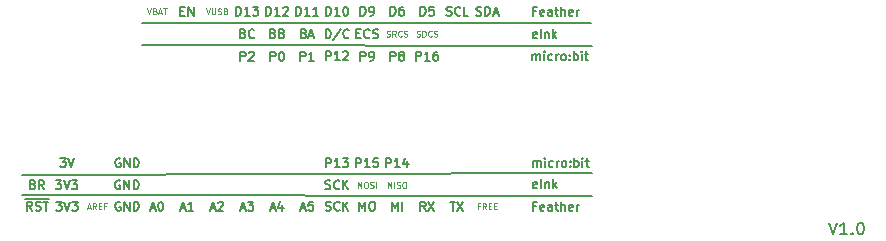
<source format=gto>
G04 #@! TF.GenerationSoftware,KiCad,Pcbnew,(6.0.5-0)*
G04 #@! TF.CreationDate,2022-06-07T21:37:56+01:00*
G04 #@! TF.ProjectId,microbit_eink_feather_adaptor,6d696372-6f62-4697-945f-65696e6b5f66,rev?*
G04 #@! TF.SameCoordinates,Original*
G04 #@! TF.FileFunction,Legend,Top*
G04 #@! TF.FilePolarity,Positive*
%FSLAX46Y46*%
G04 Gerber Fmt 4.6, Leading zero omitted, Abs format (unit mm)*
G04 Created by KiCad (PCBNEW (6.0.5-0)) date 2022-06-07 21:37:56*
%MOMM*%
%LPD*%
G01*
G04 APERTURE LIST*
%ADD10C,0.150000*%
%ADD11C,0.100000*%
%ADD12C,2.700000*%
%ADD13R,1.500000X1.500000*%
%ADD14C,1.500000*%
%ADD15R,1.700000X1.700000*%
%ADD16O,1.700000X1.700000*%
G04 APERTURE END LIST*
D10*
X56815254Y-94020052D02*
X56922397Y-94055766D01*
X56958111Y-94091481D01*
X56993825Y-94162909D01*
X56993825Y-94270052D01*
X56958111Y-94341481D01*
X56922397Y-94377195D01*
X56850968Y-94412909D01*
X56565254Y-94412909D01*
X56565254Y-93662909D01*
X56815254Y-93662909D01*
X56886683Y-93698624D01*
X56922397Y-93734338D01*
X56958111Y-93805766D01*
X56958111Y-93877195D01*
X56922397Y-93948624D01*
X56886683Y-93984338D01*
X56815254Y-94020052D01*
X56565254Y-94020052D01*
X57743825Y-94412909D02*
X57493825Y-94055766D01*
X57315254Y-94412909D02*
X57315254Y-93662909D01*
X57600968Y-93662909D01*
X57672397Y-93698624D01*
X57708111Y-93734338D01*
X57743825Y-93805766D01*
X57743825Y-93912909D01*
X57708111Y-93984338D01*
X57672397Y-94020052D01*
X57600968Y-94055766D01*
X57315254Y-94055766D01*
X59118571Y-91791285D02*
X59582857Y-91791285D01*
X59332857Y-92077000D01*
X59440000Y-92077000D01*
X59511428Y-92112714D01*
X59547142Y-92148428D01*
X59582857Y-92219857D01*
X59582857Y-92398428D01*
X59547142Y-92469857D01*
X59511428Y-92505571D01*
X59440000Y-92541285D01*
X59225714Y-92541285D01*
X59154285Y-92505571D01*
X59118571Y-92469857D01*
X59797142Y-91791285D02*
X60047142Y-92541285D01*
X60297142Y-91791285D01*
X58748111Y-93662909D02*
X59212397Y-93662909D01*
X58962397Y-93948624D01*
X59069540Y-93948624D01*
X59140968Y-93984338D01*
X59176683Y-94020052D01*
X59212397Y-94091481D01*
X59212397Y-94270052D01*
X59176683Y-94341481D01*
X59140968Y-94377195D01*
X59069540Y-94412909D01*
X58855254Y-94412909D01*
X58783825Y-94377195D01*
X58748111Y-94341481D01*
X59426683Y-93662909D02*
X59676683Y-94412909D01*
X59926683Y-93662909D01*
X60105254Y-93662909D02*
X60569540Y-93662909D01*
X60319540Y-93948624D01*
X60426683Y-93948624D01*
X60498111Y-93984338D01*
X60533825Y-94020052D01*
X60569540Y-94091481D01*
X60569540Y-94270052D01*
X60533825Y-94341481D01*
X60498111Y-94377195D01*
X60426683Y-94412909D01*
X60212397Y-94412909D01*
X60140968Y-94377195D01*
X60105254Y-94341481D01*
X64198571Y-91827000D02*
X64127142Y-91791285D01*
X64020000Y-91791285D01*
X63912857Y-91827000D01*
X63841428Y-91898428D01*
X63805714Y-91969857D01*
X63770000Y-92112714D01*
X63770000Y-92219857D01*
X63805714Y-92362714D01*
X63841428Y-92434142D01*
X63912857Y-92505571D01*
X64020000Y-92541285D01*
X64091428Y-92541285D01*
X64198571Y-92505571D01*
X64234285Y-92469857D01*
X64234285Y-92219857D01*
X64091428Y-92219857D01*
X64555714Y-92541285D02*
X64555714Y-91791285D01*
X64984285Y-92541285D01*
X64984285Y-91791285D01*
X65341428Y-92541285D02*
X65341428Y-91791285D01*
X65520000Y-91791285D01*
X65627142Y-91827000D01*
X65698571Y-91898428D01*
X65734285Y-91969857D01*
X65770000Y-92112714D01*
X65770000Y-92219857D01*
X65734285Y-92362714D01*
X65698571Y-92434142D01*
X65627142Y-92505571D01*
X65520000Y-92541285D01*
X65341428Y-92541285D01*
X64185254Y-93698624D02*
X64113825Y-93662909D01*
X64006683Y-93662909D01*
X63899540Y-93698624D01*
X63828111Y-93770052D01*
X63792397Y-93841481D01*
X63756683Y-93984338D01*
X63756683Y-94091481D01*
X63792397Y-94234338D01*
X63828111Y-94305766D01*
X63899540Y-94377195D01*
X64006683Y-94412909D01*
X64078111Y-94412909D01*
X64185254Y-94377195D01*
X64220968Y-94341481D01*
X64220968Y-94091481D01*
X64078111Y-94091481D01*
X64542397Y-94412909D02*
X64542397Y-93662909D01*
X64970968Y-94412909D01*
X64970968Y-93662909D01*
X65328111Y-94412909D02*
X65328111Y-93662909D01*
X65506683Y-93662909D01*
X65613825Y-93698624D01*
X65685254Y-93770052D01*
X65720968Y-93841481D01*
X65756683Y-93984338D01*
X65756683Y-94091481D01*
X65720968Y-94234338D01*
X65685254Y-94305766D01*
X65613825Y-94377195D01*
X65506683Y-94412909D01*
X65328111Y-94412909D01*
X81639285Y-92541285D02*
X81639285Y-91791285D01*
X81925000Y-91791285D01*
X81996428Y-91827000D01*
X82032142Y-91862714D01*
X82067857Y-91934142D01*
X82067857Y-92041285D01*
X82032142Y-92112714D01*
X81996428Y-92148428D01*
X81925000Y-92184142D01*
X81639285Y-92184142D01*
X82782142Y-92541285D02*
X82353571Y-92541285D01*
X82567857Y-92541285D02*
X82567857Y-91791285D01*
X82496428Y-91898428D01*
X82425000Y-91969857D01*
X82353571Y-92005571D01*
X83032142Y-91791285D02*
X83496428Y-91791285D01*
X83246428Y-92077000D01*
X83353571Y-92077000D01*
X83425000Y-92112714D01*
X83460714Y-92148428D01*
X83496428Y-92219857D01*
X83496428Y-92398428D01*
X83460714Y-92469857D01*
X83425000Y-92505571D01*
X83353571Y-92541285D01*
X83139285Y-92541285D01*
X83067857Y-92505571D01*
X83032142Y-92469857D01*
X81572397Y-94377195D02*
X81679540Y-94412909D01*
X81858111Y-94412909D01*
X81929540Y-94377195D01*
X81965254Y-94341481D01*
X82000968Y-94270052D01*
X82000968Y-94198624D01*
X81965254Y-94127195D01*
X81929540Y-94091481D01*
X81858111Y-94055766D01*
X81715254Y-94020052D01*
X81643825Y-93984338D01*
X81608111Y-93948624D01*
X81572397Y-93877195D01*
X81572397Y-93805766D01*
X81608111Y-93734338D01*
X81643825Y-93698624D01*
X81715254Y-93662909D01*
X81893825Y-93662909D01*
X82000968Y-93698624D01*
X82750968Y-94341481D02*
X82715254Y-94377195D01*
X82608111Y-94412909D01*
X82536683Y-94412909D01*
X82429540Y-94377195D01*
X82358111Y-94305766D01*
X82322397Y-94234338D01*
X82286683Y-94091481D01*
X82286683Y-93984338D01*
X82322397Y-93841481D01*
X82358111Y-93770052D01*
X82429540Y-93698624D01*
X82536683Y-93662909D01*
X82608111Y-93662909D01*
X82715254Y-93698624D01*
X82750968Y-93734338D01*
X83072397Y-94412909D02*
X83072397Y-93662909D01*
X83500968Y-94412909D02*
X83179540Y-93984338D01*
X83500968Y-93662909D02*
X83072397Y-94091481D01*
X84179285Y-92541285D02*
X84179285Y-91791285D01*
X84465000Y-91791285D01*
X84536428Y-91827000D01*
X84572142Y-91862714D01*
X84607857Y-91934142D01*
X84607857Y-92041285D01*
X84572142Y-92112714D01*
X84536428Y-92148428D01*
X84465000Y-92184142D01*
X84179285Y-92184142D01*
X85322142Y-92541285D02*
X84893571Y-92541285D01*
X85107857Y-92541285D02*
X85107857Y-91791285D01*
X85036428Y-91898428D01*
X84965000Y-91969857D01*
X84893571Y-92005571D01*
X86000714Y-91791285D02*
X85643571Y-91791285D01*
X85607857Y-92148428D01*
X85643571Y-92112714D01*
X85715000Y-92077000D01*
X85893571Y-92077000D01*
X85965000Y-92112714D01*
X86000714Y-92148428D01*
X86036428Y-92219857D01*
X86036428Y-92398428D01*
X86000714Y-92469857D01*
X85965000Y-92505571D01*
X85893571Y-92541285D01*
X85715000Y-92541285D01*
X85643571Y-92505571D01*
X85607857Y-92469857D01*
D11*
X84290968Y-94299814D02*
X84290968Y-93799814D01*
X84457635Y-94156957D01*
X84624302Y-93799814D01*
X84624302Y-94299814D01*
X84957635Y-93799814D02*
X85052873Y-93799814D01*
X85100492Y-93823624D01*
X85148111Y-93871243D01*
X85171921Y-93966481D01*
X85171921Y-94133147D01*
X85148111Y-94228385D01*
X85100492Y-94276004D01*
X85052873Y-94299814D01*
X84957635Y-94299814D01*
X84910016Y-94276004D01*
X84862397Y-94228385D01*
X84838587Y-94133147D01*
X84838587Y-93966481D01*
X84862397Y-93871243D01*
X84910016Y-93823624D01*
X84957635Y-93799814D01*
X85362397Y-94276004D02*
X85433825Y-94299814D01*
X85552873Y-94299814D01*
X85600492Y-94276004D01*
X85624302Y-94252195D01*
X85648111Y-94204576D01*
X85648111Y-94156957D01*
X85624302Y-94109338D01*
X85600492Y-94085528D01*
X85552873Y-94061719D01*
X85457635Y-94037909D01*
X85410016Y-94014100D01*
X85386206Y-93990290D01*
X85362397Y-93942671D01*
X85362397Y-93895052D01*
X85386206Y-93847433D01*
X85410016Y-93823624D01*
X85457635Y-93799814D01*
X85576683Y-93799814D01*
X85648111Y-93823624D01*
X85862397Y-94299814D02*
X85862397Y-93799814D01*
D10*
X86719285Y-92541285D02*
X86719285Y-91791285D01*
X87005000Y-91791285D01*
X87076428Y-91827000D01*
X87112142Y-91862714D01*
X87147857Y-91934142D01*
X87147857Y-92041285D01*
X87112142Y-92112714D01*
X87076428Y-92148428D01*
X87005000Y-92184142D01*
X86719285Y-92184142D01*
X87862142Y-92541285D02*
X87433571Y-92541285D01*
X87647857Y-92541285D02*
X87647857Y-91791285D01*
X87576428Y-91898428D01*
X87505000Y-91969857D01*
X87433571Y-92005571D01*
X88505000Y-92041285D02*
X88505000Y-92541285D01*
X88326428Y-91755571D02*
X88147857Y-92291285D01*
X88612142Y-92291285D01*
X104112934Y-93034003D02*
X55880000Y-93218000D01*
X104181154Y-94987128D02*
X55880000Y-94909596D01*
X99464016Y-94284494D02*
X99392588Y-94320208D01*
X99249730Y-94320208D01*
X99178302Y-94284494D01*
X99142588Y-94213065D01*
X99142588Y-93927351D01*
X99178302Y-93855923D01*
X99249730Y-93820208D01*
X99392588Y-93820208D01*
X99464016Y-93855923D01*
X99499730Y-93927351D01*
X99499730Y-93998780D01*
X99142588Y-94070208D01*
X99821159Y-94320208D02*
X99821159Y-93570208D01*
X100178302Y-93820208D02*
X100178302Y-94320208D01*
X100178302Y-93891637D02*
X100214016Y-93855923D01*
X100285445Y-93820208D01*
X100392588Y-93820208D01*
X100464016Y-93855923D01*
X100499730Y-93927351D01*
X100499730Y-94320208D01*
X100856873Y-94320208D02*
X100856873Y-93570208D01*
X100928302Y-94034494D02*
X101142588Y-94320208D01*
X101142588Y-93820208D02*
X100856873Y-94105923D01*
X99152332Y-92514399D02*
X99152332Y-92014399D01*
X99152332Y-92085828D02*
X99188046Y-92050114D01*
X99259475Y-92014399D01*
X99366618Y-92014399D01*
X99438046Y-92050114D01*
X99473761Y-92121542D01*
X99473761Y-92514399D01*
X99473761Y-92121542D02*
X99509475Y-92050114D01*
X99580904Y-92014399D01*
X99688046Y-92014399D01*
X99759475Y-92050114D01*
X99795189Y-92121542D01*
X99795189Y-92514399D01*
X100152332Y-92514399D02*
X100152332Y-92014399D01*
X100152332Y-91764399D02*
X100116618Y-91800114D01*
X100152332Y-91835828D01*
X100188046Y-91800114D01*
X100152332Y-91764399D01*
X100152332Y-91835828D01*
X100830904Y-92478685D02*
X100759475Y-92514399D01*
X100616618Y-92514399D01*
X100545189Y-92478685D01*
X100509475Y-92442971D01*
X100473761Y-92371542D01*
X100473761Y-92157256D01*
X100509475Y-92085828D01*
X100545189Y-92050114D01*
X100616618Y-92014399D01*
X100759475Y-92014399D01*
X100830904Y-92050114D01*
X101152332Y-92514399D02*
X101152332Y-92014399D01*
X101152332Y-92157256D02*
X101188046Y-92085828D01*
X101223761Y-92050114D01*
X101295189Y-92014399D01*
X101366618Y-92014399D01*
X101723761Y-92514399D02*
X101652332Y-92478685D01*
X101616618Y-92442971D01*
X101580904Y-92371542D01*
X101580904Y-92157256D01*
X101616618Y-92085828D01*
X101652332Y-92050114D01*
X101723761Y-92014399D01*
X101830904Y-92014399D01*
X101902332Y-92050114D01*
X101938046Y-92085828D01*
X101973761Y-92157256D01*
X101973761Y-92371542D01*
X101938046Y-92442971D01*
X101902332Y-92478685D01*
X101830904Y-92514399D01*
X101723761Y-92514399D01*
X102295189Y-92442971D02*
X102330904Y-92478685D01*
X102295189Y-92514399D01*
X102259475Y-92478685D01*
X102295189Y-92442971D01*
X102295189Y-92514399D01*
X102295189Y-92050114D02*
X102330904Y-92085828D01*
X102295189Y-92121542D01*
X102259475Y-92085828D01*
X102295189Y-92050114D01*
X102295189Y-92121542D01*
X102652332Y-92514399D02*
X102652332Y-91764399D01*
X102652332Y-92050114D02*
X102723761Y-92014399D01*
X102866618Y-92014399D01*
X102938046Y-92050114D01*
X102973761Y-92085828D01*
X103009475Y-92157256D01*
X103009475Y-92371542D01*
X102973761Y-92442971D01*
X102938046Y-92478685D01*
X102866618Y-92514399D01*
X102723761Y-92514399D01*
X102652332Y-92478685D01*
X103330904Y-92514399D02*
X103330904Y-92014399D01*
X103330904Y-91764399D02*
X103295189Y-91800114D01*
X103330904Y-91835828D01*
X103366618Y-91800114D01*
X103330904Y-91764399D01*
X103330904Y-91835828D01*
X103580904Y-92014399D02*
X103866618Y-92014399D01*
X103688046Y-91764399D02*
X103688046Y-92407256D01*
X103723761Y-92478685D01*
X103795189Y-92514399D01*
X103866618Y-92514399D01*
X99401194Y-95831658D02*
X99151194Y-95831658D01*
X99151194Y-96224515D02*
X99151194Y-95474515D01*
X99508337Y-95474515D01*
X100079766Y-96188801D02*
X100008337Y-96224515D01*
X99865480Y-96224515D01*
X99794051Y-96188801D01*
X99758337Y-96117372D01*
X99758337Y-95831658D01*
X99794051Y-95760230D01*
X99865480Y-95724515D01*
X100008337Y-95724515D01*
X100079766Y-95760230D01*
X100115480Y-95831658D01*
X100115480Y-95903087D01*
X99758337Y-95974515D01*
X100758337Y-96224515D02*
X100758337Y-95831658D01*
X100722623Y-95760230D01*
X100651194Y-95724515D01*
X100508337Y-95724515D01*
X100436909Y-95760230D01*
X100758337Y-96188801D02*
X100686909Y-96224515D01*
X100508337Y-96224515D01*
X100436909Y-96188801D01*
X100401194Y-96117372D01*
X100401194Y-96045944D01*
X100436909Y-95974515D01*
X100508337Y-95938801D01*
X100686909Y-95938801D01*
X100758337Y-95903087D01*
X101008337Y-95724515D02*
X101294051Y-95724515D01*
X101115480Y-95474515D02*
X101115480Y-96117372D01*
X101151194Y-96188801D01*
X101222623Y-96224515D01*
X101294051Y-96224515D01*
X101544051Y-96224515D02*
X101544051Y-95474515D01*
X101865480Y-96224515D02*
X101865480Y-95831658D01*
X101829766Y-95760230D01*
X101758337Y-95724515D01*
X101651194Y-95724515D01*
X101579766Y-95760230D01*
X101544051Y-95795944D01*
X102508337Y-96188801D02*
X102436909Y-96224515D01*
X102294051Y-96224515D01*
X102222623Y-96188801D01*
X102186909Y-96117372D01*
X102186909Y-95831658D01*
X102222623Y-95760230D01*
X102294051Y-95724515D01*
X102436909Y-95724515D01*
X102508337Y-95760230D01*
X102544051Y-95831658D01*
X102544051Y-95903087D01*
X102186909Y-95974515D01*
X102865480Y-96224515D02*
X102865480Y-95724515D01*
X102865480Y-95867372D02*
X102901194Y-95795944D01*
X102936909Y-95760230D01*
X103008337Y-95724515D01*
X103079766Y-95724515D01*
D11*
X86830968Y-94299814D02*
X86830968Y-93799814D01*
X86997635Y-94156957D01*
X87164302Y-93799814D01*
X87164302Y-94299814D01*
X87402397Y-94299814D02*
X87402397Y-93799814D01*
X87616683Y-94276004D02*
X87688111Y-94299814D01*
X87807159Y-94299814D01*
X87854778Y-94276004D01*
X87878587Y-94252195D01*
X87902397Y-94204576D01*
X87902397Y-94156957D01*
X87878587Y-94109338D01*
X87854778Y-94085528D01*
X87807159Y-94061719D01*
X87711921Y-94037909D01*
X87664302Y-94014100D01*
X87640492Y-93990290D01*
X87616683Y-93942671D01*
X87616683Y-93895052D01*
X87640492Y-93847433D01*
X87664302Y-93823624D01*
X87711921Y-93799814D01*
X87830968Y-93799814D01*
X87902397Y-93823624D01*
X88211921Y-93799814D02*
X88307159Y-93799814D01*
X88354778Y-93823624D01*
X88402397Y-93871243D01*
X88426206Y-93966481D01*
X88426206Y-94133147D01*
X88402397Y-94228385D01*
X88354778Y-94276004D01*
X88307159Y-94299814D01*
X88211921Y-94299814D01*
X88164302Y-94276004D01*
X88116683Y-94228385D01*
X88092873Y-94133147D01*
X88092873Y-93966481D01*
X88116683Y-93871243D01*
X88164302Y-93823624D01*
X88211921Y-93799814D01*
D10*
X99390131Y-79333146D02*
X99140131Y-79333146D01*
X99140131Y-79726003D02*
X99140131Y-78976003D01*
X99497274Y-78976003D01*
X100068703Y-79690289D02*
X99997274Y-79726003D01*
X99854417Y-79726003D01*
X99782988Y-79690289D01*
X99747274Y-79618860D01*
X99747274Y-79333146D01*
X99782988Y-79261718D01*
X99854417Y-79226003D01*
X99997274Y-79226003D01*
X100068703Y-79261718D01*
X100104417Y-79333146D01*
X100104417Y-79404575D01*
X99747274Y-79476003D01*
X100747274Y-79726003D02*
X100747274Y-79333146D01*
X100711560Y-79261718D01*
X100640131Y-79226003D01*
X100497274Y-79226003D01*
X100425846Y-79261718D01*
X100747274Y-79690289D02*
X100675846Y-79726003D01*
X100497274Y-79726003D01*
X100425846Y-79690289D01*
X100390131Y-79618860D01*
X100390131Y-79547432D01*
X100425846Y-79476003D01*
X100497274Y-79440289D01*
X100675846Y-79440289D01*
X100747274Y-79404575D01*
X100997274Y-79226003D02*
X101282988Y-79226003D01*
X101104417Y-78976003D02*
X101104417Y-79618860D01*
X101140131Y-79690289D01*
X101211560Y-79726003D01*
X101282988Y-79726003D01*
X101532988Y-79726003D02*
X101532988Y-78976003D01*
X101854417Y-79726003D02*
X101854417Y-79333146D01*
X101818703Y-79261718D01*
X101747274Y-79226003D01*
X101640131Y-79226003D01*
X101568703Y-79261718D01*
X101532988Y-79297432D01*
X102497274Y-79690289D02*
X102425846Y-79726003D01*
X102282988Y-79726003D01*
X102211560Y-79690289D01*
X102175846Y-79618860D01*
X102175846Y-79333146D01*
X102211560Y-79261718D01*
X102282988Y-79226003D01*
X102425846Y-79226003D01*
X102497274Y-79261718D01*
X102532988Y-79333146D01*
X102532988Y-79404575D01*
X102175846Y-79476003D01*
X102854417Y-79726003D02*
X102854417Y-79226003D01*
X102854417Y-79368860D02*
X102890131Y-79297432D01*
X102925846Y-79261718D01*
X102997274Y-79226003D01*
X103068703Y-79226003D01*
X104071780Y-80342875D02*
X66040000Y-80342875D01*
X99101472Y-83498515D02*
X99101472Y-82998515D01*
X99101472Y-83069944D02*
X99137186Y-83034230D01*
X99208615Y-82998515D01*
X99315758Y-82998515D01*
X99387186Y-83034230D01*
X99422901Y-83105658D01*
X99422901Y-83498515D01*
X99422901Y-83105658D02*
X99458615Y-83034230D01*
X99530044Y-82998515D01*
X99637186Y-82998515D01*
X99708615Y-83034230D01*
X99744329Y-83105658D01*
X99744329Y-83498515D01*
X100101472Y-83498515D02*
X100101472Y-82998515D01*
X100101472Y-82748515D02*
X100065758Y-82784230D01*
X100101472Y-82819944D01*
X100137186Y-82784230D01*
X100101472Y-82748515D01*
X100101472Y-82819944D01*
X100780044Y-83462801D02*
X100708615Y-83498515D01*
X100565758Y-83498515D01*
X100494329Y-83462801D01*
X100458615Y-83427087D01*
X100422901Y-83355658D01*
X100422901Y-83141372D01*
X100458615Y-83069944D01*
X100494329Y-83034230D01*
X100565758Y-82998515D01*
X100708615Y-82998515D01*
X100780044Y-83034230D01*
X101101472Y-83498515D02*
X101101472Y-82998515D01*
X101101472Y-83141372D02*
X101137186Y-83069944D01*
X101172901Y-83034230D01*
X101244329Y-82998515D01*
X101315758Y-82998515D01*
X101672901Y-83498515D02*
X101601472Y-83462801D01*
X101565758Y-83427087D01*
X101530044Y-83355658D01*
X101530044Y-83141372D01*
X101565758Y-83069944D01*
X101601472Y-83034230D01*
X101672901Y-82998515D01*
X101780044Y-82998515D01*
X101851472Y-83034230D01*
X101887186Y-83069944D01*
X101922901Y-83141372D01*
X101922901Y-83355658D01*
X101887186Y-83427087D01*
X101851472Y-83462801D01*
X101780044Y-83498515D01*
X101672901Y-83498515D01*
X102244329Y-83427087D02*
X102280044Y-83462801D01*
X102244329Y-83498515D01*
X102208615Y-83462801D01*
X102244329Y-83427087D01*
X102244329Y-83498515D01*
X102244329Y-83034230D02*
X102280044Y-83069944D01*
X102244329Y-83105658D01*
X102208615Y-83069944D01*
X102244329Y-83034230D01*
X102244329Y-83105658D01*
X102601472Y-83498515D02*
X102601472Y-82748515D01*
X102601472Y-83034230D02*
X102672901Y-82998515D01*
X102815758Y-82998515D01*
X102887186Y-83034230D01*
X102922901Y-83069944D01*
X102958615Y-83141372D01*
X102958615Y-83355658D01*
X102922901Y-83427087D01*
X102887186Y-83462801D01*
X102815758Y-83498515D01*
X102672901Y-83498515D01*
X102601472Y-83462801D01*
X103280044Y-83498515D02*
X103280044Y-82998515D01*
X103280044Y-82748515D02*
X103244329Y-82784230D01*
X103280044Y-82819944D01*
X103315758Y-82784230D01*
X103280044Y-82748515D01*
X103280044Y-82819944D01*
X103530044Y-82998515D02*
X103815758Y-82998515D01*
X103637186Y-82748515D02*
X103637186Y-83391372D01*
X103672901Y-83462801D01*
X103744329Y-83498515D01*
X103815758Y-83498515D01*
X99453970Y-81592443D02*
X99382542Y-81628157D01*
X99239684Y-81628157D01*
X99168256Y-81592443D01*
X99132542Y-81521014D01*
X99132542Y-81235300D01*
X99168256Y-81163872D01*
X99239684Y-81128157D01*
X99382542Y-81128157D01*
X99453970Y-81163872D01*
X99489684Y-81235300D01*
X99489684Y-81306729D01*
X99132542Y-81378157D01*
X99811113Y-81628157D02*
X99811113Y-80878157D01*
X100168256Y-81128157D02*
X100168256Y-81628157D01*
X100168256Y-81199586D02*
X100203970Y-81163872D01*
X100275399Y-81128157D01*
X100382542Y-81128157D01*
X100453970Y-81163872D01*
X100489684Y-81235300D01*
X100489684Y-81628157D01*
X100846827Y-81628157D02*
X100846827Y-80878157D01*
X100918256Y-81342443D02*
X101132542Y-81628157D01*
X101132542Y-81128157D02*
X100846827Y-81413872D01*
X104140000Y-82296000D02*
X66040000Y-82218468D01*
X74376428Y-83524285D02*
X74376428Y-82774285D01*
X74662142Y-82774285D01*
X74733571Y-82810000D01*
X74769285Y-82845714D01*
X74805000Y-82917142D01*
X74805000Y-83024285D01*
X74769285Y-83095714D01*
X74733571Y-83131428D01*
X74662142Y-83167142D01*
X74376428Y-83167142D01*
X75090714Y-82845714D02*
X75126428Y-82810000D01*
X75197857Y-82774285D01*
X75376428Y-82774285D01*
X75447857Y-82810000D01*
X75483571Y-82845714D01*
X75519285Y-82917142D01*
X75519285Y-82988571D01*
X75483571Y-83095714D01*
X75055000Y-83524285D01*
X75519285Y-83524285D01*
X74608571Y-81226428D02*
X74715714Y-81262142D01*
X74751428Y-81297857D01*
X74787142Y-81369285D01*
X74787142Y-81476428D01*
X74751428Y-81547857D01*
X74715714Y-81583571D01*
X74644285Y-81619285D01*
X74358571Y-81619285D01*
X74358571Y-80869285D01*
X74608571Y-80869285D01*
X74680000Y-80905000D01*
X74715714Y-80940714D01*
X74751428Y-81012142D01*
X74751428Y-81083571D01*
X74715714Y-81155000D01*
X74680000Y-81190714D01*
X74608571Y-81226428D01*
X74358571Y-81226428D01*
X75537142Y-81547857D02*
X75501428Y-81583571D01*
X75394285Y-81619285D01*
X75322857Y-81619285D01*
X75215714Y-81583571D01*
X75144285Y-81512142D01*
X75108571Y-81440714D01*
X75072857Y-81297857D01*
X75072857Y-81190714D01*
X75108571Y-81047857D01*
X75144285Y-80976428D01*
X75215714Y-80905000D01*
X75322857Y-80869285D01*
X75394285Y-80869285D01*
X75501428Y-80905000D01*
X75537142Y-80940714D01*
X76916428Y-83524285D02*
X76916428Y-82774285D01*
X77202142Y-82774285D01*
X77273571Y-82810000D01*
X77309285Y-82845714D01*
X77345000Y-82917142D01*
X77345000Y-83024285D01*
X77309285Y-83095714D01*
X77273571Y-83131428D01*
X77202142Y-83167142D01*
X76916428Y-83167142D01*
X77809285Y-82774285D02*
X77880714Y-82774285D01*
X77952142Y-82810000D01*
X77987857Y-82845714D01*
X78023571Y-82917142D01*
X78059285Y-83060000D01*
X78059285Y-83238571D01*
X78023571Y-83381428D01*
X77987857Y-83452857D01*
X77952142Y-83488571D01*
X77880714Y-83524285D01*
X77809285Y-83524285D01*
X77737857Y-83488571D01*
X77702142Y-83452857D01*
X77666428Y-83381428D01*
X77630714Y-83238571D01*
X77630714Y-83060000D01*
X77666428Y-82917142D01*
X77702142Y-82845714D01*
X77737857Y-82810000D01*
X77809285Y-82774285D01*
X77148571Y-81226428D02*
X77255714Y-81262142D01*
X77291428Y-81297857D01*
X77327142Y-81369285D01*
X77327142Y-81476428D01*
X77291428Y-81547857D01*
X77255714Y-81583571D01*
X77184285Y-81619285D01*
X76898571Y-81619285D01*
X76898571Y-80869285D01*
X77148571Y-80869285D01*
X77220000Y-80905000D01*
X77255714Y-80940714D01*
X77291428Y-81012142D01*
X77291428Y-81083571D01*
X77255714Y-81155000D01*
X77220000Y-81190714D01*
X77148571Y-81226428D01*
X76898571Y-81226428D01*
X77898571Y-81226428D02*
X78005714Y-81262142D01*
X78041428Y-81297857D01*
X78077142Y-81369285D01*
X78077142Y-81476428D01*
X78041428Y-81547857D01*
X78005714Y-81583571D01*
X77934285Y-81619285D01*
X77648571Y-81619285D01*
X77648571Y-80869285D01*
X77898571Y-80869285D01*
X77970000Y-80905000D01*
X78005714Y-80940714D01*
X78041428Y-81012142D01*
X78041428Y-81083571D01*
X78005714Y-81155000D01*
X77970000Y-81190714D01*
X77898571Y-81226428D01*
X77648571Y-81226428D01*
X79456428Y-83524285D02*
X79456428Y-82774285D01*
X79742142Y-82774285D01*
X79813571Y-82810000D01*
X79849285Y-82845714D01*
X79885000Y-82917142D01*
X79885000Y-83024285D01*
X79849285Y-83095714D01*
X79813571Y-83131428D01*
X79742142Y-83167142D01*
X79456428Y-83167142D01*
X80599285Y-83524285D02*
X80170714Y-83524285D01*
X80385000Y-83524285D02*
X80385000Y-82774285D01*
X80313571Y-82881428D01*
X80242142Y-82952857D01*
X80170714Y-82988571D01*
X79742142Y-81226428D02*
X79849285Y-81262142D01*
X79885000Y-81297857D01*
X79920714Y-81369285D01*
X79920714Y-81476428D01*
X79885000Y-81547857D01*
X79849285Y-81583571D01*
X79777857Y-81619285D01*
X79492142Y-81619285D01*
X79492142Y-80869285D01*
X79742142Y-80869285D01*
X79813571Y-80905000D01*
X79849285Y-80940714D01*
X79885000Y-81012142D01*
X79885000Y-81083571D01*
X79849285Y-81155000D01*
X79813571Y-81190714D01*
X79742142Y-81226428D01*
X79492142Y-81226428D01*
X80206428Y-81405000D02*
X80563571Y-81405000D01*
X80135000Y-81619285D02*
X80385000Y-80869285D01*
X80635000Y-81619285D01*
X81632824Y-83484395D02*
X81632824Y-82734395D01*
X81918539Y-82734395D01*
X81989967Y-82770110D01*
X82025681Y-82805824D01*
X82061396Y-82877252D01*
X82061396Y-82984395D01*
X82025681Y-83055824D01*
X81989967Y-83091538D01*
X81918539Y-83127252D01*
X81632824Y-83127252D01*
X82775681Y-83484395D02*
X82347110Y-83484395D01*
X82561396Y-83484395D02*
X82561396Y-82734395D01*
X82489967Y-82841538D01*
X82418539Y-82912967D01*
X82347110Y-82948681D01*
X83061396Y-82805824D02*
X83097110Y-82770110D01*
X83168539Y-82734395D01*
X83347110Y-82734395D01*
X83418539Y-82770110D01*
X83454253Y-82805824D01*
X83489967Y-82877252D01*
X83489967Y-82948681D01*
X83454253Y-83055824D01*
X83025681Y-83484395D01*
X83489967Y-83484395D01*
X81585714Y-81619285D02*
X81585714Y-80869285D01*
X81764285Y-80869285D01*
X81871428Y-80905000D01*
X81942857Y-80976428D01*
X81978571Y-81047857D01*
X82014285Y-81190714D01*
X82014285Y-81297857D01*
X81978571Y-81440714D01*
X81942857Y-81512142D01*
X81871428Y-81583571D01*
X81764285Y-81619285D01*
X81585714Y-81619285D01*
X82871428Y-80833571D02*
X82228571Y-81797857D01*
X83550000Y-81547857D02*
X83514285Y-81583571D01*
X83407142Y-81619285D01*
X83335714Y-81619285D01*
X83228571Y-81583571D01*
X83157142Y-81512142D01*
X83121428Y-81440714D01*
X83085714Y-81297857D01*
X83085714Y-81190714D01*
X83121428Y-81047857D01*
X83157142Y-80976428D01*
X83228571Y-80905000D01*
X83335714Y-80869285D01*
X83407142Y-80869285D01*
X83514285Y-80905000D01*
X83550000Y-80940714D01*
X84536428Y-83524285D02*
X84536428Y-82774285D01*
X84822142Y-82774285D01*
X84893571Y-82810000D01*
X84929285Y-82845714D01*
X84965000Y-82917142D01*
X84965000Y-83024285D01*
X84929285Y-83095714D01*
X84893571Y-83131428D01*
X84822142Y-83167142D01*
X84536428Y-83167142D01*
X85322142Y-83524285D02*
X85465000Y-83524285D01*
X85536428Y-83488571D01*
X85572142Y-83452857D01*
X85643571Y-83345714D01*
X85679285Y-83202857D01*
X85679285Y-82917142D01*
X85643571Y-82845714D01*
X85607857Y-82810000D01*
X85536428Y-82774285D01*
X85393571Y-82774285D01*
X85322142Y-82810000D01*
X85286428Y-82845714D01*
X85250714Y-82917142D01*
X85250714Y-83095714D01*
X85286428Y-83167142D01*
X85322142Y-83202857D01*
X85393571Y-83238571D01*
X85536428Y-83238571D01*
X85607857Y-83202857D01*
X85643571Y-83167142D01*
X85679285Y-83095714D01*
X84197142Y-81226428D02*
X84447142Y-81226428D01*
X84554285Y-81619285D02*
X84197142Y-81619285D01*
X84197142Y-80869285D01*
X84554285Y-80869285D01*
X85304285Y-81547857D02*
X85268571Y-81583571D01*
X85161428Y-81619285D01*
X85090000Y-81619285D01*
X84982857Y-81583571D01*
X84911428Y-81512142D01*
X84875714Y-81440714D01*
X84840000Y-81297857D01*
X84840000Y-81190714D01*
X84875714Y-81047857D01*
X84911428Y-80976428D01*
X84982857Y-80905000D01*
X85090000Y-80869285D01*
X85161428Y-80869285D01*
X85268571Y-80905000D01*
X85304285Y-80940714D01*
X85590000Y-81583571D02*
X85697142Y-81619285D01*
X85875714Y-81619285D01*
X85947142Y-81583571D01*
X85982857Y-81547857D01*
X86018571Y-81476428D01*
X86018571Y-81405000D01*
X85982857Y-81333571D01*
X85947142Y-81297857D01*
X85875714Y-81262142D01*
X85732857Y-81226428D01*
X85661428Y-81190714D01*
X85625714Y-81155000D01*
X85590000Y-81083571D01*
X85590000Y-81012142D01*
X85625714Y-80940714D01*
X85661428Y-80905000D01*
X85732857Y-80869285D01*
X85911428Y-80869285D01*
X86018571Y-80905000D01*
X87076428Y-83524285D02*
X87076428Y-82774285D01*
X87362142Y-82774285D01*
X87433571Y-82810000D01*
X87469285Y-82845714D01*
X87505000Y-82917142D01*
X87505000Y-83024285D01*
X87469285Y-83095714D01*
X87433571Y-83131428D01*
X87362142Y-83167142D01*
X87076428Y-83167142D01*
X87933571Y-83095714D02*
X87862142Y-83060000D01*
X87826428Y-83024285D01*
X87790714Y-82952857D01*
X87790714Y-82917142D01*
X87826428Y-82845714D01*
X87862142Y-82810000D01*
X87933571Y-82774285D01*
X88076428Y-82774285D01*
X88147857Y-82810000D01*
X88183571Y-82845714D01*
X88219285Y-82917142D01*
X88219285Y-82952857D01*
X88183571Y-83024285D01*
X88147857Y-83060000D01*
X88076428Y-83095714D01*
X87933571Y-83095714D01*
X87862142Y-83131428D01*
X87826428Y-83167142D01*
X87790714Y-83238571D01*
X87790714Y-83381428D01*
X87826428Y-83452857D01*
X87862142Y-83488571D01*
X87933571Y-83524285D01*
X88076428Y-83524285D01*
X88147857Y-83488571D01*
X88183571Y-83452857D01*
X88219285Y-83381428D01*
X88219285Y-83238571D01*
X88183571Y-83167142D01*
X88147857Y-83131428D01*
X88076428Y-83095714D01*
D11*
X86749047Y-81482380D02*
X86820476Y-81506190D01*
X86939523Y-81506190D01*
X86987142Y-81482380D01*
X87010952Y-81458571D01*
X87034761Y-81410952D01*
X87034761Y-81363333D01*
X87010952Y-81315714D01*
X86987142Y-81291904D01*
X86939523Y-81268095D01*
X86844285Y-81244285D01*
X86796666Y-81220476D01*
X86772857Y-81196666D01*
X86749047Y-81149047D01*
X86749047Y-81101428D01*
X86772857Y-81053809D01*
X86796666Y-81030000D01*
X86844285Y-81006190D01*
X86963333Y-81006190D01*
X87034761Y-81030000D01*
X87534761Y-81506190D02*
X87368095Y-81268095D01*
X87249047Y-81506190D02*
X87249047Y-81006190D01*
X87439523Y-81006190D01*
X87487142Y-81030000D01*
X87510952Y-81053809D01*
X87534761Y-81101428D01*
X87534761Y-81172857D01*
X87510952Y-81220476D01*
X87487142Y-81244285D01*
X87439523Y-81268095D01*
X87249047Y-81268095D01*
X88034761Y-81458571D02*
X88010952Y-81482380D01*
X87939523Y-81506190D01*
X87891904Y-81506190D01*
X87820476Y-81482380D01*
X87772857Y-81434761D01*
X87749047Y-81387142D01*
X87725238Y-81291904D01*
X87725238Y-81220476D01*
X87749047Y-81125238D01*
X87772857Y-81077619D01*
X87820476Y-81030000D01*
X87891904Y-81006190D01*
X87939523Y-81006190D01*
X88010952Y-81030000D01*
X88034761Y-81053809D01*
X88225238Y-81482380D02*
X88296666Y-81506190D01*
X88415714Y-81506190D01*
X88463333Y-81482380D01*
X88487142Y-81458571D01*
X88510952Y-81410952D01*
X88510952Y-81363333D01*
X88487142Y-81315714D01*
X88463333Y-81291904D01*
X88415714Y-81268095D01*
X88320476Y-81244285D01*
X88272857Y-81220476D01*
X88249047Y-81196666D01*
X88225238Y-81149047D01*
X88225238Y-81101428D01*
X88249047Y-81053809D01*
X88272857Y-81030000D01*
X88320476Y-81006190D01*
X88439523Y-81006190D01*
X88510952Y-81030000D01*
D10*
X89259285Y-83524285D02*
X89259285Y-82774285D01*
X89545000Y-82774285D01*
X89616428Y-82810000D01*
X89652142Y-82845714D01*
X89687857Y-82917142D01*
X89687857Y-83024285D01*
X89652142Y-83095714D01*
X89616428Y-83131428D01*
X89545000Y-83167142D01*
X89259285Y-83167142D01*
X90402142Y-83524285D02*
X89973571Y-83524285D01*
X90187857Y-83524285D02*
X90187857Y-82774285D01*
X90116428Y-82881428D01*
X90045000Y-82952857D01*
X89973571Y-82988571D01*
X91045000Y-82774285D02*
X90902142Y-82774285D01*
X90830714Y-82810000D01*
X90795000Y-82845714D01*
X90723571Y-82952857D01*
X90687857Y-83095714D01*
X90687857Y-83381428D01*
X90723571Y-83452857D01*
X90759285Y-83488571D01*
X90830714Y-83524285D01*
X90973571Y-83524285D01*
X91045000Y-83488571D01*
X91080714Y-83452857D01*
X91116428Y-83381428D01*
X91116428Y-83202857D01*
X91080714Y-83131428D01*
X91045000Y-83095714D01*
X90973571Y-83060000D01*
X90830714Y-83060000D01*
X90759285Y-83095714D01*
X90723571Y-83131428D01*
X90687857Y-83202857D01*
D11*
X89289047Y-81482380D02*
X89360476Y-81506190D01*
X89479523Y-81506190D01*
X89527142Y-81482380D01*
X89550952Y-81458571D01*
X89574761Y-81410952D01*
X89574761Y-81363333D01*
X89550952Y-81315714D01*
X89527142Y-81291904D01*
X89479523Y-81268095D01*
X89384285Y-81244285D01*
X89336666Y-81220476D01*
X89312857Y-81196666D01*
X89289047Y-81149047D01*
X89289047Y-81101428D01*
X89312857Y-81053809D01*
X89336666Y-81030000D01*
X89384285Y-81006190D01*
X89503333Y-81006190D01*
X89574761Y-81030000D01*
X89789047Y-81506190D02*
X89789047Y-81006190D01*
X89908095Y-81006190D01*
X89979523Y-81030000D01*
X90027142Y-81077619D01*
X90050952Y-81125238D01*
X90074761Y-81220476D01*
X90074761Y-81291904D01*
X90050952Y-81387142D01*
X90027142Y-81434761D01*
X89979523Y-81482380D01*
X89908095Y-81506190D01*
X89789047Y-81506190D01*
X90574761Y-81458571D02*
X90550952Y-81482380D01*
X90479523Y-81506190D01*
X90431904Y-81506190D01*
X90360476Y-81482380D01*
X90312857Y-81434761D01*
X90289047Y-81387142D01*
X90265238Y-81291904D01*
X90265238Y-81220476D01*
X90289047Y-81125238D01*
X90312857Y-81077619D01*
X90360476Y-81030000D01*
X90431904Y-81006190D01*
X90479523Y-81006190D01*
X90550952Y-81030000D01*
X90574761Y-81053809D01*
X90765238Y-81482380D02*
X90836666Y-81506190D01*
X90955714Y-81506190D01*
X91003333Y-81482380D01*
X91027142Y-81458571D01*
X91050952Y-81410952D01*
X91050952Y-81363333D01*
X91027142Y-81315714D01*
X91003333Y-81291904D01*
X90955714Y-81268095D01*
X90860476Y-81244285D01*
X90812857Y-81220476D01*
X90789047Y-81196666D01*
X90765238Y-81149047D01*
X90765238Y-81101428D01*
X90789047Y-81053809D01*
X90812857Y-81030000D01*
X90860476Y-81006190D01*
X90979523Y-81006190D01*
X91050952Y-81030000D01*
D10*
X124206190Y-97242380D02*
X124539523Y-98242380D01*
X124872857Y-97242380D01*
X125730000Y-98242380D02*
X125158571Y-98242380D01*
X125444285Y-98242380D02*
X125444285Y-97242380D01*
X125349047Y-97385238D01*
X125253809Y-97480476D01*
X125158571Y-97528095D01*
X126158571Y-98147142D02*
X126206190Y-98194761D01*
X126158571Y-98242380D01*
X126110952Y-98194761D01*
X126158571Y-98147142D01*
X126158571Y-98242380D01*
X126825238Y-97242380D02*
X126920476Y-97242380D01*
X127015714Y-97290000D01*
X127063333Y-97337619D01*
X127110952Y-97432857D01*
X127158571Y-97623333D01*
X127158571Y-97861428D01*
X127110952Y-98051904D01*
X127063333Y-98147142D01*
X127015714Y-98194761D01*
X126920476Y-98242380D01*
X126825238Y-98242380D01*
X126730000Y-98194761D01*
X126682380Y-98147142D01*
X126634761Y-98051904D01*
X126587142Y-97861428D01*
X126587142Y-97623333D01*
X126634761Y-97432857D01*
X126682380Y-97337619D01*
X126730000Y-97290000D01*
X126825238Y-97242380D01*
X58761428Y-95474285D02*
X59225714Y-95474285D01*
X58975714Y-95760000D01*
X59082857Y-95760000D01*
X59154285Y-95795714D01*
X59190000Y-95831428D01*
X59225714Y-95902857D01*
X59225714Y-96081428D01*
X59190000Y-96152857D01*
X59154285Y-96188571D01*
X59082857Y-96224285D01*
X58868571Y-96224285D01*
X58797142Y-96188571D01*
X58761428Y-96152857D01*
X59440000Y-95474285D02*
X59690000Y-96224285D01*
X59940000Y-95474285D01*
X60118571Y-95474285D02*
X60582857Y-95474285D01*
X60332857Y-95760000D01*
X60440000Y-95760000D01*
X60511428Y-95795714D01*
X60547142Y-95831428D01*
X60582857Y-95902857D01*
X60582857Y-96081428D01*
X60547142Y-96152857D01*
X60511428Y-96188571D01*
X60440000Y-96224285D01*
X60225714Y-96224285D01*
X60154285Y-96188571D01*
X60118571Y-96152857D01*
D11*
X61420476Y-95968333D02*
X61658571Y-95968333D01*
X61372857Y-96111190D02*
X61539523Y-95611190D01*
X61706190Y-96111190D01*
X62158571Y-96111190D02*
X61991904Y-95873095D01*
X61872857Y-96111190D02*
X61872857Y-95611190D01*
X62063333Y-95611190D01*
X62110952Y-95635000D01*
X62134761Y-95658809D01*
X62158571Y-95706428D01*
X62158571Y-95777857D01*
X62134761Y-95825476D01*
X62110952Y-95849285D01*
X62063333Y-95873095D01*
X61872857Y-95873095D01*
X62372857Y-95849285D02*
X62539523Y-95849285D01*
X62610952Y-96111190D02*
X62372857Y-96111190D01*
X62372857Y-95611190D01*
X62610952Y-95611190D01*
X62991904Y-95849285D02*
X62825238Y-95849285D01*
X62825238Y-96111190D02*
X62825238Y-95611190D01*
X63063333Y-95611190D01*
D10*
X64198571Y-95510000D02*
X64127142Y-95474285D01*
X64020000Y-95474285D01*
X63912857Y-95510000D01*
X63841428Y-95581428D01*
X63805714Y-95652857D01*
X63770000Y-95795714D01*
X63770000Y-95902857D01*
X63805714Y-96045714D01*
X63841428Y-96117142D01*
X63912857Y-96188571D01*
X64020000Y-96224285D01*
X64091428Y-96224285D01*
X64198571Y-96188571D01*
X64234285Y-96152857D01*
X64234285Y-95902857D01*
X64091428Y-95902857D01*
X64555714Y-96224285D02*
X64555714Y-95474285D01*
X64984285Y-96224285D01*
X64984285Y-95474285D01*
X65341428Y-96224285D02*
X65341428Y-95474285D01*
X65520000Y-95474285D01*
X65627142Y-95510000D01*
X65698571Y-95581428D01*
X65734285Y-95652857D01*
X65770000Y-95795714D01*
X65770000Y-95902857D01*
X65734285Y-96045714D01*
X65698571Y-96117142D01*
X65627142Y-96188571D01*
X65520000Y-96224285D01*
X65341428Y-96224285D01*
X66774285Y-96010000D02*
X67131428Y-96010000D01*
X66702857Y-96224285D02*
X66952857Y-95474285D01*
X67202857Y-96224285D01*
X67595714Y-95474285D02*
X67667142Y-95474285D01*
X67738571Y-95510000D01*
X67774285Y-95545714D01*
X67810000Y-95617142D01*
X67845714Y-95760000D01*
X67845714Y-95938571D01*
X67810000Y-96081428D01*
X67774285Y-96152857D01*
X67738571Y-96188571D01*
X67667142Y-96224285D01*
X67595714Y-96224285D01*
X67524285Y-96188571D01*
X67488571Y-96152857D01*
X67452857Y-96081428D01*
X67417142Y-95938571D01*
X67417142Y-95760000D01*
X67452857Y-95617142D01*
X67488571Y-95545714D01*
X67524285Y-95510000D01*
X67595714Y-95474285D01*
X69314285Y-96010000D02*
X69671428Y-96010000D01*
X69242857Y-96224285D02*
X69492857Y-95474285D01*
X69742857Y-96224285D01*
X70385714Y-96224285D02*
X69957142Y-96224285D01*
X70171428Y-96224285D02*
X70171428Y-95474285D01*
X70100000Y-95581428D01*
X70028571Y-95652857D01*
X69957142Y-95688571D01*
X71854285Y-96010000D02*
X72211428Y-96010000D01*
X71782857Y-96224285D02*
X72032857Y-95474285D01*
X72282857Y-96224285D01*
X72497142Y-95545714D02*
X72532857Y-95510000D01*
X72604285Y-95474285D01*
X72782857Y-95474285D01*
X72854285Y-95510000D01*
X72890000Y-95545714D01*
X72925714Y-95617142D01*
X72925714Y-95688571D01*
X72890000Y-95795714D01*
X72461428Y-96224285D01*
X72925714Y-96224285D01*
X74394285Y-96010000D02*
X74751428Y-96010000D01*
X74322857Y-96224285D02*
X74572857Y-95474285D01*
X74822857Y-96224285D01*
X75001428Y-95474285D02*
X75465714Y-95474285D01*
X75215714Y-95760000D01*
X75322857Y-95760000D01*
X75394285Y-95795714D01*
X75430000Y-95831428D01*
X75465714Y-95902857D01*
X75465714Y-96081428D01*
X75430000Y-96152857D01*
X75394285Y-96188571D01*
X75322857Y-96224285D01*
X75108571Y-96224285D01*
X75037142Y-96188571D01*
X75001428Y-96152857D01*
X76934285Y-96010000D02*
X77291428Y-96010000D01*
X76862857Y-96224285D02*
X77112857Y-95474285D01*
X77362857Y-96224285D01*
X77934285Y-95724285D02*
X77934285Y-96224285D01*
X77755714Y-95438571D02*
X77577142Y-95974285D01*
X78041428Y-95974285D01*
X79474285Y-96010000D02*
X79831428Y-96010000D01*
X79402857Y-96224285D02*
X79652857Y-95474285D01*
X79902857Y-96224285D01*
X80510000Y-95474285D02*
X80152857Y-95474285D01*
X80117142Y-95831428D01*
X80152857Y-95795714D01*
X80224285Y-95760000D01*
X80402857Y-95760000D01*
X80474285Y-95795714D01*
X80510000Y-95831428D01*
X80545714Y-95902857D01*
X80545714Y-96081428D01*
X80510000Y-96152857D01*
X80474285Y-96188571D01*
X80402857Y-96224285D01*
X80224285Y-96224285D01*
X80152857Y-96188571D01*
X80117142Y-96152857D01*
X81585714Y-96188571D02*
X81692857Y-96224285D01*
X81871428Y-96224285D01*
X81942857Y-96188571D01*
X81978571Y-96152857D01*
X82014285Y-96081428D01*
X82014285Y-96010000D01*
X81978571Y-95938571D01*
X81942857Y-95902857D01*
X81871428Y-95867142D01*
X81728571Y-95831428D01*
X81657142Y-95795714D01*
X81621428Y-95760000D01*
X81585714Y-95688571D01*
X81585714Y-95617142D01*
X81621428Y-95545714D01*
X81657142Y-95510000D01*
X81728571Y-95474285D01*
X81907142Y-95474285D01*
X82014285Y-95510000D01*
X82764285Y-96152857D02*
X82728571Y-96188571D01*
X82621428Y-96224285D01*
X82550000Y-96224285D01*
X82442857Y-96188571D01*
X82371428Y-96117142D01*
X82335714Y-96045714D01*
X82300000Y-95902857D01*
X82300000Y-95795714D01*
X82335714Y-95652857D01*
X82371428Y-95581428D01*
X82442857Y-95510000D01*
X82550000Y-95474285D01*
X82621428Y-95474285D01*
X82728571Y-95510000D01*
X82764285Y-95545714D01*
X83085714Y-96224285D02*
X83085714Y-95474285D01*
X83514285Y-96224285D02*
X83192857Y-95795714D01*
X83514285Y-95474285D02*
X83085714Y-95902857D01*
X84447142Y-96224285D02*
X84447142Y-95474285D01*
X84697142Y-96010000D01*
X84947142Y-95474285D01*
X84947142Y-96224285D01*
X85447142Y-95474285D02*
X85590000Y-95474285D01*
X85661428Y-95510000D01*
X85732857Y-95581428D01*
X85768571Y-95724285D01*
X85768571Y-95974285D01*
X85732857Y-96117142D01*
X85661428Y-96188571D01*
X85590000Y-96224285D01*
X85447142Y-96224285D01*
X85375714Y-96188571D01*
X85304285Y-96117142D01*
X85268571Y-95974285D01*
X85268571Y-95724285D01*
X85304285Y-95581428D01*
X85375714Y-95510000D01*
X85447142Y-95474285D01*
X87201428Y-96224285D02*
X87201428Y-95474285D01*
X87451428Y-96010000D01*
X87701428Y-95474285D01*
X87701428Y-96224285D01*
X88058571Y-96224285D02*
X88058571Y-95474285D01*
X90045000Y-96224285D02*
X89795000Y-95867142D01*
X89616428Y-96224285D02*
X89616428Y-95474285D01*
X89902142Y-95474285D01*
X89973571Y-95510000D01*
X90009285Y-95545714D01*
X90045000Y-95617142D01*
X90045000Y-95724285D01*
X90009285Y-95795714D01*
X89973571Y-95831428D01*
X89902142Y-95867142D01*
X89616428Y-95867142D01*
X90295000Y-95474285D02*
X90795000Y-96224285D01*
X90795000Y-95474285D02*
X90295000Y-96224285D01*
X92138571Y-95474285D02*
X92567142Y-95474285D01*
X92352857Y-96224285D02*
X92352857Y-95474285D01*
X92745714Y-95474285D02*
X93245714Y-96224285D01*
X93245714Y-95474285D02*
X92745714Y-96224285D01*
D11*
X94619047Y-95849285D02*
X94452380Y-95849285D01*
X94452380Y-96111190D02*
X94452380Y-95611190D01*
X94690476Y-95611190D01*
X95166666Y-96111190D02*
X95000000Y-95873095D01*
X94880952Y-96111190D02*
X94880952Y-95611190D01*
X95071428Y-95611190D01*
X95119047Y-95635000D01*
X95142857Y-95658809D01*
X95166666Y-95706428D01*
X95166666Y-95777857D01*
X95142857Y-95825476D01*
X95119047Y-95849285D01*
X95071428Y-95873095D01*
X94880952Y-95873095D01*
X95380952Y-95849285D02*
X95547619Y-95849285D01*
X95619047Y-96111190D02*
X95380952Y-96111190D01*
X95380952Y-95611190D01*
X95619047Y-95611190D01*
X95833333Y-95849285D02*
X96000000Y-95849285D01*
X96071428Y-96111190D02*
X95833333Y-96111190D01*
X95833333Y-95611190D01*
X96071428Y-95611190D01*
D10*
X94339285Y-79678571D02*
X94446428Y-79714285D01*
X94625000Y-79714285D01*
X94696428Y-79678571D01*
X94732142Y-79642857D01*
X94767857Y-79571428D01*
X94767857Y-79500000D01*
X94732142Y-79428571D01*
X94696428Y-79392857D01*
X94625000Y-79357142D01*
X94482142Y-79321428D01*
X94410714Y-79285714D01*
X94375000Y-79250000D01*
X94339285Y-79178571D01*
X94339285Y-79107142D01*
X94375000Y-79035714D01*
X94410714Y-79000000D01*
X94482142Y-78964285D01*
X94660714Y-78964285D01*
X94767857Y-79000000D01*
X95089285Y-79714285D02*
X95089285Y-78964285D01*
X95267857Y-78964285D01*
X95375000Y-79000000D01*
X95446428Y-79071428D01*
X95482142Y-79142857D01*
X95517857Y-79285714D01*
X95517857Y-79392857D01*
X95482142Y-79535714D01*
X95446428Y-79607142D01*
X95375000Y-79678571D01*
X95267857Y-79714285D01*
X95089285Y-79714285D01*
X95803571Y-79500000D02*
X96160714Y-79500000D01*
X95732142Y-79714285D02*
X95982142Y-78964285D01*
X96232142Y-79714285D01*
X91817142Y-79678571D02*
X91924285Y-79714285D01*
X92102857Y-79714285D01*
X92174285Y-79678571D01*
X92210000Y-79642857D01*
X92245714Y-79571428D01*
X92245714Y-79500000D01*
X92210000Y-79428571D01*
X92174285Y-79392857D01*
X92102857Y-79357142D01*
X91960000Y-79321428D01*
X91888571Y-79285714D01*
X91852857Y-79250000D01*
X91817142Y-79178571D01*
X91817142Y-79107142D01*
X91852857Y-79035714D01*
X91888571Y-79000000D01*
X91960000Y-78964285D01*
X92138571Y-78964285D01*
X92245714Y-79000000D01*
X92995714Y-79642857D02*
X92960000Y-79678571D01*
X92852857Y-79714285D01*
X92781428Y-79714285D01*
X92674285Y-79678571D01*
X92602857Y-79607142D01*
X92567142Y-79535714D01*
X92531428Y-79392857D01*
X92531428Y-79285714D01*
X92567142Y-79142857D01*
X92602857Y-79071428D01*
X92674285Y-79000000D01*
X92781428Y-78964285D01*
X92852857Y-78964285D01*
X92960000Y-79000000D01*
X92995714Y-79035714D01*
X93674285Y-79714285D02*
X93317142Y-79714285D01*
X93317142Y-78964285D01*
X89616428Y-79714285D02*
X89616428Y-78964285D01*
X89795000Y-78964285D01*
X89902142Y-79000000D01*
X89973571Y-79071428D01*
X90009285Y-79142857D01*
X90045000Y-79285714D01*
X90045000Y-79392857D01*
X90009285Y-79535714D01*
X89973571Y-79607142D01*
X89902142Y-79678571D01*
X89795000Y-79714285D01*
X89616428Y-79714285D01*
X90723571Y-78964285D02*
X90366428Y-78964285D01*
X90330714Y-79321428D01*
X90366428Y-79285714D01*
X90437857Y-79250000D01*
X90616428Y-79250000D01*
X90687857Y-79285714D01*
X90723571Y-79321428D01*
X90759285Y-79392857D01*
X90759285Y-79571428D01*
X90723571Y-79642857D01*
X90687857Y-79678571D01*
X90616428Y-79714285D01*
X90437857Y-79714285D01*
X90366428Y-79678571D01*
X90330714Y-79642857D01*
X87076428Y-79714285D02*
X87076428Y-78964285D01*
X87255000Y-78964285D01*
X87362142Y-79000000D01*
X87433571Y-79071428D01*
X87469285Y-79142857D01*
X87505000Y-79285714D01*
X87505000Y-79392857D01*
X87469285Y-79535714D01*
X87433571Y-79607142D01*
X87362142Y-79678571D01*
X87255000Y-79714285D01*
X87076428Y-79714285D01*
X88147857Y-78964285D02*
X88005000Y-78964285D01*
X87933571Y-79000000D01*
X87897857Y-79035714D01*
X87826428Y-79142857D01*
X87790714Y-79285714D01*
X87790714Y-79571428D01*
X87826428Y-79642857D01*
X87862142Y-79678571D01*
X87933571Y-79714285D01*
X88076428Y-79714285D01*
X88147857Y-79678571D01*
X88183571Y-79642857D01*
X88219285Y-79571428D01*
X88219285Y-79392857D01*
X88183571Y-79321428D01*
X88147857Y-79285714D01*
X88076428Y-79250000D01*
X87933571Y-79250000D01*
X87862142Y-79285714D01*
X87826428Y-79321428D01*
X87790714Y-79392857D01*
X84536428Y-79714285D02*
X84536428Y-78964285D01*
X84715000Y-78964285D01*
X84822142Y-79000000D01*
X84893571Y-79071428D01*
X84929285Y-79142857D01*
X84965000Y-79285714D01*
X84965000Y-79392857D01*
X84929285Y-79535714D01*
X84893571Y-79607142D01*
X84822142Y-79678571D01*
X84715000Y-79714285D01*
X84536428Y-79714285D01*
X85322142Y-79714285D02*
X85465000Y-79714285D01*
X85536428Y-79678571D01*
X85572142Y-79642857D01*
X85643571Y-79535714D01*
X85679285Y-79392857D01*
X85679285Y-79107142D01*
X85643571Y-79035714D01*
X85607857Y-79000000D01*
X85536428Y-78964285D01*
X85393571Y-78964285D01*
X85322142Y-79000000D01*
X85286428Y-79035714D01*
X85250714Y-79107142D01*
X85250714Y-79285714D01*
X85286428Y-79357142D01*
X85322142Y-79392857D01*
X85393571Y-79428571D01*
X85536428Y-79428571D01*
X85607857Y-79392857D01*
X85643571Y-79357142D01*
X85679285Y-79285714D01*
X81639285Y-79714285D02*
X81639285Y-78964285D01*
X81817857Y-78964285D01*
X81925000Y-79000000D01*
X81996428Y-79071428D01*
X82032142Y-79142857D01*
X82067857Y-79285714D01*
X82067857Y-79392857D01*
X82032142Y-79535714D01*
X81996428Y-79607142D01*
X81925000Y-79678571D01*
X81817857Y-79714285D01*
X81639285Y-79714285D01*
X82782142Y-79714285D02*
X82353571Y-79714285D01*
X82567857Y-79714285D02*
X82567857Y-78964285D01*
X82496428Y-79071428D01*
X82425000Y-79142857D01*
X82353571Y-79178571D01*
X83246428Y-78964285D02*
X83317857Y-78964285D01*
X83389285Y-79000000D01*
X83425000Y-79035714D01*
X83460714Y-79107142D01*
X83496428Y-79250000D01*
X83496428Y-79428571D01*
X83460714Y-79571428D01*
X83425000Y-79642857D01*
X83389285Y-79678571D01*
X83317857Y-79714285D01*
X83246428Y-79714285D01*
X83175000Y-79678571D01*
X83139285Y-79642857D01*
X83103571Y-79571428D01*
X83067857Y-79428571D01*
X83067857Y-79250000D01*
X83103571Y-79107142D01*
X83139285Y-79035714D01*
X83175000Y-79000000D01*
X83246428Y-78964285D01*
X79099285Y-79714285D02*
X79099285Y-78964285D01*
X79277857Y-78964285D01*
X79385000Y-79000000D01*
X79456428Y-79071428D01*
X79492142Y-79142857D01*
X79527857Y-79285714D01*
X79527857Y-79392857D01*
X79492142Y-79535714D01*
X79456428Y-79607142D01*
X79385000Y-79678571D01*
X79277857Y-79714285D01*
X79099285Y-79714285D01*
X80242142Y-79714285D02*
X79813571Y-79714285D01*
X80027857Y-79714285D02*
X80027857Y-78964285D01*
X79956428Y-79071428D01*
X79885000Y-79142857D01*
X79813571Y-79178571D01*
X80956428Y-79714285D02*
X80527857Y-79714285D01*
X80742142Y-79714285D02*
X80742142Y-78964285D01*
X80670714Y-79071428D01*
X80599285Y-79142857D01*
X80527857Y-79178571D01*
X76559285Y-79714285D02*
X76559285Y-78964285D01*
X76737857Y-78964285D01*
X76845000Y-79000000D01*
X76916428Y-79071428D01*
X76952142Y-79142857D01*
X76987857Y-79285714D01*
X76987857Y-79392857D01*
X76952142Y-79535714D01*
X76916428Y-79607142D01*
X76845000Y-79678571D01*
X76737857Y-79714285D01*
X76559285Y-79714285D01*
X77702142Y-79714285D02*
X77273571Y-79714285D01*
X77487857Y-79714285D02*
X77487857Y-78964285D01*
X77416428Y-79071428D01*
X77345000Y-79142857D01*
X77273571Y-79178571D01*
X77987857Y-79035714D02*
X78023571Y-79000000D01*
X78095000Y-78964285D01*
X78273571Y-78964285D01*
X78345000Y-79000000D01*
X78380714Y-79035714D01*
X78416428Y-79107142D01*
X78416428Y-79178571D01*
X78380714Y-79285714D01*
X77952142Y-79714285D01*
X78416428Y-79714285D01*
X74019285Y-79714285D02*
X74019285Y-78964285D01*
X74197857Y-78964285D01*
X74305000Y-79000000D01*
X74376428Y-79071428D01*
X74412142Y-79142857D01*
X74447857Y-79285714D01*
X74447857Y-79392857D01*
X74412142Y-79535714D01*
X74376428Y-79607142D01*
X74305000Y-79678571D01*
X74197857Y-79714285D01*
X74019285Y-79714285D01*
X75162142Y-79714285D02*
X74733571Y-79714285D01*
X74947857Y-79714285D02*
X74947857Y-78964285D01*
X74876428Y-79071428D01*
X74805000Y-79142857D01*
X74733571Y-79178571D01*
X75412142Y-78964285D02*
X75876428Y-78964285D01*
X75626428Y-79250000D01*
X75733571Y-79250000D01*
X75805000Y-79285714D01*
X75840714Y-79321428D01*
X75876428Y-79392857D01*
X75876428Y-79571428D01*
X75840714Y-79642857D01*
X75805000Y-79678571D01*
X75733571Y-79714285D01*
X75519285Y-79714285D01*
X75447857Y-79678571D01*
X75412142Y-79642857D01*
X69296428Y-79321428D02*
X69546428Y-79321428D01*
X69653571Y-79714285D02*
X69296428Y-79714285D01*
X69296428Y-78964285D01*
X69653571Y-78964285D01*
X69975000Y-79714285D02*
X69975000Y-78964285D01*
X70403571Y-79714285D01*
X70403571Y-78964285D01*
D11*
X66488571Y-79101190D02*
X66655238Y-79601190D01*
X66821904Y-79101190D01*
X67155238Y-79339285D02*
X67226666Y-79363095D01*
X67250476Y-79386904D01*
X67274285Y-79434523D01*
X67274285Y-79505952D01*
X67250476Y-79553571D01*
X67226666Y-79577380D01*
X67179047Y-79601190D01*
X66988571Y-79601190D01*
X66988571Y-79101190D01*
X67155238Y-79101190D01*
X67202857Y-79125000D01*
X67226666Y-79148809D01*
X67250476Y-79196428D01*
X67250476Y-79244047D01*
X67226666Y-79291666D01*
X67202857Y-79315476D01*
X67155238Y-79339285D01*
X66988571Y-79339285D01*
X67464761Y-79458333D02*
X67702857Y-79458333D01*
X67417142Y-79601190D02*
X67583809Y-79101190D01*
X67750476Y-79601190D01*
X67845714Y-79101190D02*
X68131428Y-79101190D01*
X67988571Y-79601190D02*
X67988571Y-79101190D01*
X71473333Y-79101190D02*
X71640000Y-79601190D01*
X71806666Y-79101190D01*
X71973333Y-79101190D02*
X71973333Y-79505952D01*
X71997142Y-79553571D01*
X72020952Y-79577380D01*
X72068571Y-79601190D01*
X72163809Y-79601190D01*
X72211428Y-79577380D01*
X72235238Y-79553571D01*
X72259047Y-79505952D01*
X72259047Y-79101190D01*
X72473333Y-79577380D02*
X72544761Y-79601190D01*
X72663809Y-79601190D01*
X72711428Y-79577380D01*
X72735238Y-79553571D01*
X72759047Y-79505952D01*
X72759047Y-79458333D01*
X72735238Y-79410714D01*
X72711428Y-79386904D01*
X72663809Y-79363095D01*
X72568571Y-79339285D01*
X72520952Y-79315476D01*
X72497142Y-79291666D01*
X72473333Y-79244047D01*
X72473333Y-79196428D01*
X72497142Y-79148809D01*
X72520952Y-79125000D01*
X72568571Y-79101190D01*
X72687619Y-79101190D01*
X72759047Y-79125000D01*
X73140000Y-79339285D02*
X73211428Y-79363095D01*
X73235238Y-79386904D01*
X73259047Y-79434523D01*
X73259047Y-79505952D01*
X73235238Y-79553571D01*
X73211428Y-79577380D01*
X73163809Y-79601190D01*
X72973333Y-79601190D01*
X72973333Y-79101190D01*
X73140000Y-79101190D01*
X73187619Y-79125000D01*
X73211428Y-79148809D01*
X73235238Y-79196428D01*
X73235238Y-79244047D01*
X73211428Y-79291666D01*
X73187619Y-79315476D01*
X73140000Y-79339285D01*
X72973333Y-79339285D01*
D10*
X56132142Y-95262500D02*
X56882142Y-95262500D01*
X56739285Y-96224285D02*
X56489285Y-95867142D01*
X56310714Y-96224285D02*
X56310714Y-95474285D01*
X56596428Y-95474285D01*
X56667857Y-95510000D01*
X56703571Y-95545714D01*
X56739285Y-95617142D01*
X56739285Y-95724285D01*
X56703571Y-95795714D01*
X56667857Y-95831428D01*
X56596428Y-95867142D01*
X56310714Y-95867142D01*
X56882142Y-95262500D02*
X57596428Y-95262500D01*
X57025000Y-96188571D02*
X57132142Y-96224285D01*
X57310714Y-96224285D01*
X57382142Y-96188571D01*
X57417857Y-96152857D01*
X57453571Y-96081428D01*
X57453571Y-96010000D01*
X57417857Y-95938571D01*
X57382142Y-95902857D01*
X57310714Y-95867142D01*
X57167857Y-95831428D01*
X57096428Y-95795714D01*
X57060714Y-95760000D01*
X57025000Y-95688571D01*
X57025000Y-95617142D01*
X57060714Y-95545714D01*
X57096428Y-95510000D01*
X57167857Y-95474285D01*
X57346428Y-95474285D01*
X57453571Y-95510000D01*
X57596428Y-95262500D02*
X58167857Y-95262500D01*
X57667857Y-95474285D02*
X58096428Y-95474285D01*
X57882142Y-96224285D02*
X57882142Y-95474285D01*
%LPC*%
D12*
X53975000Y-66675000D03*
X127635000Y-66675000D03*
D13*
X66040000Y-72390000D03*
D14*
X66040000Y-68590000D03*
X67310000Y-70490000D03*
X67310000Y-66690000D03*
X68580000Y-72390000D03*
X68580000Y-68590000D03*
X69850000Y-70490000D03*
X69850000Y-66690000D03*
X71120000Y-72390000D03*
X71120000Y-68590000D03*
X72390000Y-70490000D03*
X72390000Y-66690000D03*
X73660000Y-72390000D03*
X73660000Y-68590000D03*
X74930000Y-70490000D03*
X74930000Y-66690000D03*
X76200000Y-72390000D03*
X76200000Y-68590000D03*
X77470000Y-70490000D03*
X77470000Y-66690000D03*
X78740000Y-72390000D03*
X78740000Y-68590000D03*
X80010000Y-70490000D03*
X80010000Y-66690000D03*
X81280000Y-72390000D03*
X81280000Y-68590000D03*
X82550000Y-70490000D03*
X82550000Y-66690000D03*
X83820000Y-72390000D03*
X83820000Y-68590000D03*
X85090000Y-70490000D03*
X85090000Y-66690000D03*
X86360000Y-72390000D03*
X86360000Y-68590000D03*
X87630000Y-70490000D03*
X87630000Y-66690000D03*
X88900000Y-72390000D03*
X88900000Y-68590000D03*
X90170000Y-70490000D03*
X90170000Y-66690000D03*
X91440000Y-72390000D03*
X91440000Y-68590000D03*
X92710000Y-70490000D03*
X92710000Y-66690000D03*
X93980000Y-72390000D03*
X93980000Y-68590000D03*
X95250000Y-70490000D03*
X95250000Y-66690000D03*
X96520000Y-72390000D03*
X96520000Y-68590000D03*
X97790000Y-70490000D03*
X97790000Y-66690000D03*
X99060000Y-72390000D03*
X99060000Y-68590000D03*
X100330000Y-70490000D03*
X100330000Y-66690000D03*
X101600000Y-72390000D03*
X101600000Y-68590000D03*
X102870000Y-70490000D03*
X102870000Y-66690000D03*
X104140000Y-72390000D03*
X104140000Y-68590000D03*
X105410000Y-70490000D03*
X105410000Y-66690000D03*
X106680000Y-72390000D03*
X106680000Y-68590000D03*
X107950000Y-70490000D03*
X107950000Y-66690000D03*
X109220000Y-72390000D03*
X109220000Y-68590000D03*
X110490000Y-70490000D03*
X110490000Y-66690000D03*
X111760000Y-72390000D03*
X111760000Y-68590000D03*
X113030000Y-70490000D03*
X113030000Y-66690000D03*
X114300000Y-72390000D03*
X114300000Y-68590000D03*
X115570000Y-70490000D03*
X115570000Y-66690000D03*
D15*
X95250000Y-97790000D03*
D16*
X92710000Y-97790000D03*
X90170000Y-97790000D03*
X87630000Y-97790000D03*
X85090000Y-97790000D03*
X82550000Y-97790000D03*
X80010000Y-97790000D03*
X77470000Y-97790000D03*
X74930000Y-97790000D03*
X72390000Y-97790000D03*
X69850000Y-97790000D03*
X67310000Y-97790000D03*
X64770000Y-97790000D03*
X62230000Y-97790000D03*
X59690000Y-97790000D03*
X57150000Y-97790000D03*
X67310000Y-77470000D03*
X69850000Y-77470000D03*
X72390000Y-77470000D03*
X74930000Y-77470000D03*
X77470000Y-77470000D03*
X80010000Y-77470000D03*
X82550000Y-77470000D03*
X85090000Y-77470000D03*
X87630000Y-77470000D03*
X90170000Y-77470000D03*
X92710000Y-77470000D03*
D15*
X95250000Y-77470000D03*
M02*

</source>
